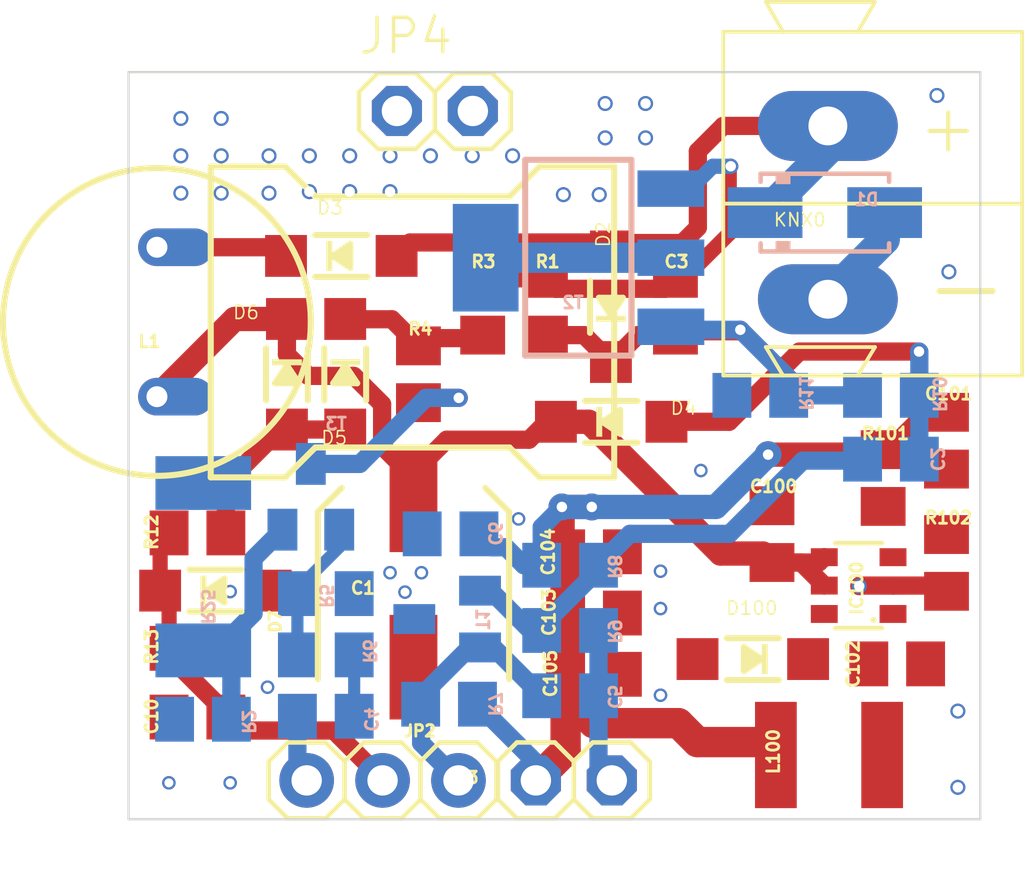
<source format=kicad_pcb>
(kicad_pcb (version 20240617) (generator "pcbnew") (generator_version "8.99")
  (layers (0 "F.Cu" signal) (31 "B.Cu" signal) (34 "B.Paste" user) (35 "F.Paste" user) (36 "B.SilkS" user "B.Silkscreen") (37 "F.SilkS" user "F.Silkscreen") (38 "B.Mask" user) (39 "F.Mask" user) (44 "Edge.Cuts" user))
  (net 0 "")
  (net 1 "GND")
  (net 2 "LX")
  (net 3 "BST")
  (net 4 "FB")
  (net 5 "N$1")
  (net 6 "EIB_OUT")
  (net 7 "EIB+")
  (net 8 "N$6")
  (net 9 "EIB+DIR")
  (net 10 "N$3")
  (net 11 "N$12")
  (net 12 "N$15")
  (net 13 "N$7")
  (net 14 "N$14")
  (net 15 "REF")
  (net 16 "BUS_V")
  (net 17 "EIB_DC")
  (net 18 "+3V3")
  (net 19 "N$2")
  (net 20 "N$25")
  (net 21 "EIB_IN")
  (net 22 "N$8")
  (footprint "bb_pwr_knx_v-measure:1X03" (layer "F.Cu") (at 142.7511 116.2036)
    (property "Reference" "JP2" (at 0.6638 -1.4288 0) (layer "F.SilkS") (effects (font (size 0.3857 0.3857) (thickness 0.1143)) (justify left bottom)))
    (property "Value" "")
    (pad "1" thru_hole circle (at -2.54 0 90) (size 1.8288 1.8288) (drill 1.016) (layers "*.Cu" "*.Mask") (net 6 "EIB_OUT"))
    (pad "2" thru_hole circle (at 0 0 90) (size 1.8288 1.8288) (drill 1.016) (layers "*.Cu" "*.Mask") (net 16 "BUS_V"))
    (pad "3" thru_hole circle (at 2.54 0 90) (size 1.8288 1.8288) (drill 1.016) (layers "*.Cu" "*.Mask") (net 21 "EIB_IN"))
  )
  (footprint "bb_pwr_knx_v-measure:SOD-123" (layer "F.Cu") (at 139.5511 102.6136 -90)
    (property "Reference" "D6" (at -1.81 1.84 0) (layer "F.SilkS") (effects (font (size 0.44668 0.44668) (thickness 0.05332)) (justify left bottom)))
    (property "Value" "7V5")
    (pad "A" smd rect (at 1.85 0) (size 1.4 1.4) (layers "F.Cu" "F.Paste" "F.Mask") (net 15 "REF"))
    (pad "C" smd rect (at -1.85 0) (size 1.4 1.4) (layers "F.Cu" "F.Paste" "F.Mask") (net 17 "EIB_DC"))
  )
  (footprint "bb_pwr_knx_v-measure:1X02" (layer "F.Cu") (at 149.1511 116.2036)
    (property "Reference" "JP3" (at -3.1338 -0.3212 0) (layer "F.SilkS") (effects (font (size 0.3857 0.3857) (thickness 0.1143)) (justify right top)))
    (property "Value" "")
    (pad "1" thru_hole roundrect (at -1.27 0 90) (size 1.6764 1.6764) (drill 1.016) (layers "*.Cu" "*.Mask") (chamfer_ratio 0.2928932188) (chamfer top_left top_right bottom_left bottom_right) (net 18 "+3V3"))
    (pad "2" thru_hole roundrect (at 1.27 0 90) (size 1.6764 1.6764) (drill 1.016) (layers "*.Cu" "*.Mask") (chamfer_ratio 0.2928932188) (chamfer top_left top_right bottom_left bottom_right) (net 1 "GND"))
  )
  (footprint "bb_pwr_knx_v-measure:R0805_334" (layer "F.Cu") (at 136.5577 107.922604 180)
    (property "Reference" "R12" (at 1.295604 -0.622596 90) (layer "F.SilkS") (effects (font (size 0.406528 0.406528) (thickness 0.093472)) (justify left bottom)))
    (property "Value" "43k")
    (pad "1" smd rect (at -0.95 0 180) (size 1.3 1.5) (layers "F.Cu" "F.Paste" "F.Mask") (net 15 "REF"))
    (pad "2" smd rect (at 0.95 0 180) (size 1.3 1.5) (layers "F.Cu" "F.Paste" "F.Mask") (net 16 "BUS_V"))
  )
  (footprint "bb_pwr_knx_v-measure:C0805_334" (layer "F.Cu") (at 136.5577 114.0846)
    (property "Reference" "C10" (at -1.2956 0.6308 90) (layer "F.SilkS") (effects (font (size 0.406528 0.406528) (thickness 0.093472)) (justify left bottom)))
    (property "Value" "100nF")
    (pad "1" smd rect (at -0.95 0) (size 1.3 1.5) (layers "F.Cu" "F.Paste" "F.Mask") (net 1 "GND"))
    (pad "2" smd rect (at 0.95 0) (size 1.3 1.5) (layers "F.Cu" "F.Paste" "F.Mask") (net 16 "BUS_V"))
  )
  (footprint "bb_pwr_knx_v-measure:WAGO-243-211" (layer "F.Cu") (at 157.6511 96.9536)
    (property "Reference" "KNX0" (at -1.85 0.75 0) (layer "F.SilkS") (effects (font (size 0.440178 0.440178) (thickness 0.059822)) (justify left bottom)))
    (property "Value" "WAGO-243-211")
    (fp_text user "+" (at 2.921 -1.651 0) (layer "F.SilkS") (effects (font (size 1.63576 1.63576) (thickness 0.14224)) (justify left bottom)))
    (fp_text user "-" (at 3.048 4.064 0) (layer "F.SilkS") (effects (font (size 2.3368 2.3368) (thickness 0.2032)) (justify left bottom)))
    (pad "1+" thru_hole oval (at 0 -2.65 180) (size 4.68 2.34) (drill 1.3) (layers "*.Cu" "*.Mask") (net 7 "EIB+"))
    (pad "2-" thru_hole oval (at 0 3.15 180) (size 4.68 2.34) (drill 1.3) (layers "*.Cu" "*.Mask") (net 1 "GND"))
  )
  (footprint "bb_pwr_knx_v-measure:L4532P" (layer "F.Cu") (at 157.6898 115.3536 180)
    (property "Reference" "L100" (at 1.6287 -0.6937 90) (layer "F.SilkS") (effects (font (size 0.406528 0.406528) (thickness 0.093472)) (justify left bottom)))
    (property "Value" "4.7uH")
    (pad "1" smd rect (at -1.778 0 180) (size 1.397 3.556) (layers "F.Cu" "F.Paste" "F.Mask") (net 2 "LX"))
    (pad "2" smd rect (at 1.778 0 180) (size 1.397 3.556) (layers "F.Cu" "F.Paste" "F.Mask") (net 18 "+3V3"))
  )
  (footprint "bb_pwr_knx_v-measure:C0805_334" (layer "F.Cu") (at 159.9711 112.3046)
    (property "Reference" "C102" (at -1.239 0.849 90) (layer "F.SilkS") (effects (font (size 0.406528 0.406528) (thickness 0.093472)) (justify left bottom)))
    (property "Value" "15nF")
    (pad "1" smd rect (at -0.95 0) (size 1.3 1.5) (layers "F.Cu" "F.Paste" "F.Mask") (net 2 "LX"))
    (pad "2" smd rect (at 0.95 0) (size 1.3 1.5) (layers "F.Cu" "F.Paste" "F.Mask") (net 3 "BST"))
  )
  (footprint "bb_pwr_knx_v-measure:C0805_334" (layer "F.Cu") (at 149.8261 112.6536)
    (property "Reference" "C105" (at -1.22 0.82 90) (layer "F.SilkS") (effects (font (size 0.406528 0.406528) (thickness 0.093472)) (justify left bottom)))
    (property "Value" "47uF 10V")
    (pad "1" smd rect (at -0.95 0) (size 1.3 1.5) (layers "F.Cu" "F.Paste" "F.Mask") (net 18 "+3V3"))
    (pad "2" smd rect (at 0.95 0) (size 1.3 1.5) (layers "F.Cu" "F.Paste" "F.Mask") (net 1 "GND"))
  )
  (footprint "bb_pwr_knx_v-measure:C0805_334" (layer "F.Cu") (at 149.8261 108.5536)
    (property "Reference" "C104" (at -1.295 0.845 90) (layer "F.SilkS") (effects (font (size 0.406528 0.406528) (thickness 0.093472)) (justify left bottom)))
    (property "Value" "100nF")
    (pad "1" smd rect (at -0.95 0) (size 1.3 1.5) (layers "F.Cu" "F.Paste" "F.Mask") (net 18 "+3V3"))
    (pad "2" smd rect (at 0.95 0) (size 1.3 1.5) (layers "F.Cu" "F.Paste" "F.Mask") (net 1 "GND"))
  )
  (footprint "bb_pwr_knx_v-measure:R0805_334" (layer "F.Cu") (at 159.5011 106.08635 90)
    (property "Reference" "R101" (at 1.25275 -0.76775 0) (layer "F.SilkS") (effects (font (size 0.406528 0.406528) (thickness 0.093472)) (justify left bottom)))
    (property "Value" "1k6")
    (pad "1" smd rect (at -0.95 0 90) (size 1.3 1.5) (layers "F.Cu" "F.Paste" "F.Mask") (net 4 "FB"))
    (pad "2" smd rect (at 0.95 0 90) (size 1.3 1.5) (layers "F.Cu" "F.Paste" "F.Mask") (net 18 "+3V3"))
  )
  (footprint "bb_pwr_knx_v-measure:C0805_334" (layer "F.Cu") (at 155.7811 107.9626 -90)
    (property "Reference" "C100" (at -1.359 0.791 0) (layer "F.SilkS") (effects (font (size 0.406528 0.406528) (thickness 0.093472)) (justify left bottom)))
    (property "Value" "4.7uF 50V")
    (pad "1" smd rect (at -0.95 0 270) (size 1.3 1.5) (layers "F.Cu" "F.Paste" "F.Mask") (net 1 "GND"))
    (pad "2" smd rect (at 0.95 0 270) (size 1.3 1.5) (layers "F.Cu" "F.Paste" "F.Mask") (net 17 "EIB_DC"))
  )
  (footprint "bb_pwr_knx_v-measure:R0805_334" (layer "F.Cu") (at 161.6211 108.9266 90)
    (property "Reference" "R102" (at 1.273 -0.778 0) (layer "F.SilkS") (effects (font (size 0.406528 0.406528) (thickness 0.093472)) (justify left bottom)))
    (property "Value" "470R")
    (pad "1" smd rect (at -0.95 0 90) (size 1.3 1.5) (layers "F.Cu" "F.Paste" "F.Mask") (net 1 "GND"))
    (pad "2" smd rect (at 0.95 0 90) (size 1.3 1.5) (layers "F.Cu" "F.Paste" "F.Mask") (net 4 "FB"))
  )
  (footprint "bb_pwr_knx_v-measure:C0805_334" (layer "F.Cu") (at 161.6201 104.83635 90)
    (property "Reference" "C101" (at 1.33375 -0.77175 0) (layer "F.SilkS") (effects (font (size 0.406528 0.406528) (thickness 0.093472)) (justify left bottom)))
    (property "Value" "470nF")
    (pad "1" smd rect (at -0.95 0 90) (size 1.3 1.5) (layers "F.Cu" "F.Paste" "F.Mask") (net 4 "FB"))
    (pad "2" smd rect (at 0.95 0 90) (size 1.3 1.5) (layers "F.Cu" "F.Paste" "F.Mask") (net 18 "+3V3"))
  )
  (footprint "bb_pwr_knx_v-measure:SOD-123" (layer "F.Cu") (at 150.3921 100.3536 90)
    (property "Reference" "D2" (at 1.95 0 90) (layer "F.SilkS") (effects (font (size 0.44668 0.44668) (thickness 0.05332)) (justify left bottom)))
    (property "Value" "1N4148")
    (pad "A" smd rect (at 1.85 0 180) (size 1.4 1.4) (layers "F.Cu" "F.Paste" "F.Mask") (net 7 "EIB+"))
    (pad "C" smd rect (at -1.85 0 180) (size 1.4 1.4) (layers "F.Cu" "F.Paste" "F.Mask") (net 9 "EIB+DIR"))
  )
  (footprint "bb_pwr_knx_v-measure:BS11" (layer "F.Cu") (at 135.2011 100.8636 90)
    (property "Reference" "L1" (at -0.886 -0.672 0) (layer "F.SilkS") (effects (font (size 0.406528 0.406528) (thickness 0.093472)) (justify left bottom)))
    (property "Value" "150mH")
    (pad "1" thru_hole oval (at -2.5 0) (size 2.52 1.26) (drill 0.7 (offset 0.63 0)) (layers "*.Cu" "*.Mask") (net 17 "EIB_DC"))
    (pad "2" thru_hole oval (at 2.5 0) (size 2.52 1.26) (drill 0.7 (offset 0.63 0)) (layers "*.Cu" "*.Mask") (net 19 "N$2"))
  )
  (footprint "bb_pwr_knx_v-measure:SANYO-OSCON_SMD_C6_334" (layer "F.Cu") (at 143.7851 109.6146 90)
    (property "Reference" "C1" (at -0.391 -2.148 0) (layer "F.SilkS") (effects (font (size 0.406528 0.406528) (thickness 0.093472)) (justify left bottom)))
    (property "Value" "100uF 35V")
    (pad "+" smd rect (at 2.8 0 90) (size 3.5 1.6) (layers "F.Cu" "F.Paste" "F.Mask") (net 17 "EIB_DC"))
    (pad "-" smd rect (at -2.8 0 90) (size 3.5 1.6) (layers "F.Cu" "F.Paste" "F.Mask") (net 1 "GND"))
  )
  (footprint "bb_pwr_knx_v-measure:SOD-123" (layer "F.Cu") (at 150.4011 104.2036)
    (property "Reference" "D4" (at 1.95 -0.2 0) (layer "F.SilkS") (effects (font (size 0.44668 0.44668) (thickness 0.05332)) (justify left bottom)))
    (property "Value" "1N4148")
    (pad "A" smd rect (at 1.85 0 90) (size 1.4 1.4) (layers "F.Cu" "F.Paste" "F.Mask") (net 5 "N$1"))
    (pad "C" smd rect (at -1.85 0 90) (size 1.4 1.4) (layers "F.Cu" "F.Paste" "F.Mask") (net 17 "EIB_DC"))
  )
  (footprint "bb_pwr_knx_v-measure:R0805_334" (layer "F.Cu") (at 146.1011 100.3536 90)
    (property "Reference" "R3" (at 1.27 -0.433 0) (layer "F.SilkS") (effects (font (size 0.406528 0.406528) (thickness 0.093472)) (justify left bottom)))
    (property "Value" "1k")
    (pad "1" smd rect (at -0.95 0 90) (size 1.3 1.5) (layers "F.Cu" "F.Paste" "F.Mask") (net 20 "N$25"))
    (pad "2" smd rect (at 0.95 0 90) (size 1.3 1.5) (layers "F.Cu" "F.Paste" "F.Mask") (net 12 "N$15"))
  )
  (footprint "bb_pwr_knx_v-measure:R0805_334" (layer "F.Cu") (at 143.9511 102.6136 90)
    (property "Reference" "R4" (at 1.28 -0.395 0) (layer "F.SilkS") (effects (font (size 0.406528 0.406528) (thickness 0.093472)) (justify left bottom)))
    (property "Value" "2k2")
    (pad "1" smd rect (at -0.95 0 90) (size 1.3 1.5) (layers "F.Cu" "F.Paste" "F.Mask") (net 8 "N$6"))
    (pad "2" smd rect (at 0.95 0 90) (size 1.3 1.5) (layers "F.Cu" "F.Paste" "F.Mask") (net 20 "N$25"))
  )
  (footprint "bb_pwr_knx_v-measure:C0805_334" (layer "F.Cu") (at 152.5511 100.3536 90)
    (property "Reference" "C3" (at 1.27 -0.42 0) (layer "F.SilkS") (effects (font (size 0.406528 0.406528) (thickness 0.093472)) (justify left bottom)))
    (property "Value" "10nF")
    (pad "1" smd rect (at -0.95 0 90) (size 1.3 1.5) (layers "F.Cu" "F.Paste" "F.Mask") (net 9 "EIB+DIR"))
    (pad "2" smd rect (at 0.95 0 90) (size 1.3 1.5) (layers "F.Cu" "F.Paste" "F.Mask") (net 12 "N$15"))
  )
  (footprint "bb_pwr_knx_v-measure:C0805_334" (layer "F.Cu") (at 149.8261 110.6036)
    (property "Reference" "C103" (at -1.27 0.82 90) (layer "F.SilkS") (effects (font (size 0.406528 0.406528) (thickness 0.093472)) (justify left bottom)))
    (property "Value" "47uF 10V")
    (pad "1" smd rect (at -0.95 0) (size 1.3 1.5) (layers "F.Cu" "F.Paste" "F.Mask") (net 18 "+3V3"))
    (pad "2" smd rect (at 0.95 0) (size 1.3 1.5) (layers "F.Cu" "F.Paste" "F.Mask") (net 1 "GND"))
  )
  (footprint "bb_pwr_knx_v-measure:SOD-123" (layer "F.Cu") (at 141.5011 102.6136 -90)
    (property "Reference" "D5" (at 2.39 0.84 0) (layer "F.SilkS") (effects (font (size 0.44668 0.44668) (thickness 0.05332)) (justify left bottom)))
    (property "Value" "1N4148")
    (pad "A" smd rect (at 1.85 0) (size 1.4 1.4) (layers "F.Cu" "F.Paste" "F.Mask") (net 15 "REF"))
    (pad "C" smd rect (at -1.85 0) (size 1.4 1.4) (layers "F.Cu" "F.Paste" "F.Mask") (net 20 "N$25"))
  )
  (footprint "bb_pwr_knx_v-measure:R0805_334" (layer "F.Cu") (at 148.2011 100.3536 90)
    (property "Reference" "R1" (at 1.27 -0.385 0) (layer "F.SilkS") (effects (font (size 0.406528 0.406528) (thickness 0.093472)) (justify left bottom)))
    (property "Value" "1k")
    (pad "1" smd rect (at -0.95 0 90) (size 1.3 1.5) (layers "F.Cu" "F.Paste" "F.Mask") (net 9 "EIB+DIR"))
    (pad "2" smd rect (at 0.95 0 90) (size 1.3 1.5) (layers "F.Cu" "F.Paste" "F.Mask") (net 12 "N$15"))
  )
  (footprint "bb_pwr_knx_v-measure:SOD-123" (layer "F.Cu") (at 155.1398 112.1436 180)
    (property "Reference" "D100" (at 0.927391 1.446006 0) (layer "F.SilkS") (effects (font (size 0.44668 0.44668) (thickness 0.05332)) (justify left bottom)))
    (property "Value" "MBRS1100")
    (pad "A" smd rect (at 1.85 0 270) (size 1.4 1.4) (layers "F.Cu" "F.Paste" "F.Mask") (net 1 "GND"))
    (pad "C" smd rect (at -1.85 0 270) (size 1.4 1.4) (layers "F.Cu" "F.Paste" "F.Mask") (net 2 "LX"))
  )
  (footprint "bb_pwr_knx_v-measure:1X02" (layer "F.Cu") (at 144.5011 93.8036)
    (property "Reference" "JP4" (at -2.6162 -1.8288 0) (layer "F.SilkS") (effects (font (size 1.1557 1.1557) (thickness 0.1143)) (justify left bottom)))
    (property "Value" "")
    (pad "1" thru_hole roundrect (at -1.27 0 90) (size 1.6764 1.6764) (drill 1.016) (layers "*.Cu" "*.Mask") (chamfer_ratio 0.2928932188) (chamfer top_left top_right bottom_left bottom_right) (net 22 "N$8"))
    (pad "2" thru_hole roundrect (at 1.27 0 90) (size 1.6764 1.6764) (drill 1.016) (layers "*.Cu" "*.Mask") (chamfer_ratio 0.2928932188) (chamfer top_left top_right bottom_left bottom_right) (net 22 "N$8"))
  )
  (footprint "bb_pwr_knx_v-measure:SOD-123" (layer "F.Cu") (at 137.1577 109.853669)
    (property "Reference" "D7" (at 2.227468 1.463331 90) (layer "F.SilkS") (effects (font (size 0.380031 0.380031) (thickness 0.119969)) (justify left bottom)))
    (property "Value" "DDZ9685")
    (pad "A" smd rect (at 1.85 0 90) (size 1.4 1.4) (layers "F.Cu" "F.Paste" "F.Mask") (net 1 "GND"))
    (pad "C" smd rect (at -1.85 0 90) (size 1.4 1.4) (layers "F.Cu" "F.Paste" "F.Mask") (net 16 "BUS_V"))
  )
  (footprint "bb_pwr_knx_v-measure:R0805_334" (layer "F.Cu") (at 136.5577 111.784735)
    (property "Reference" "R13" (at -1.295466 0.597265 90) (layer "F.SilkS") (effects (font (size 0.406528 0.406528) (thickness 0.093472)) (justify left bottom)))
    (property "Value" "6,2k")
    (pad "1" smd rect (at -0.95 0) (size 1.3 1.5) (layers "F.Cu" "F.Paste" "F.Mask") (net 16 "BUS_V"))
    (pad "2" smd rect (at 0.95 0) (size 1.3 1.5) (layers "F.Cu" "F.Paste" "F.Mask") (net 1 "GND"))
  )
  (footprint "bb_pwr_knx_v-measure:SOT23-6" (layer "F.Cu") (at 158.6811 109.6846 90)
    (property "Reference" "IC100" (at 0.859 -0.308 90) (layer "F.SilkS") (effects (font (size 0.40856 0.40856) (thickness 0.09144)) (justify right top)))
    (property "Value" "BD9G101")
    (pad "1" smd rect (at -0.95 1.15 90) (size 0.6 0.9) (layers "F.Cu" "F.Paste" "F.Mask") (net 3 "BST"))
    (pad "2" smd rect (at 0 1.15 90) (size 0.6 0.9) (layers "F.Cu" "F.Paste" "F.Mask") (net 1 "GND"))
    (pad "3" smd rect (at 0.95 1.15 90) (size 0.6 0.9) (layers "F.Cu" "F.Paste" "F.Mask") (net 4 "FB"))
    (pad "4" smd rect (at 0.95 -1.15 90) (size 0.6 0.9) (layers "F.Cu" "F.Paste" "F.Mask") (net 17 "EIB_DC"))
    (pad "5" smd rect (at 0 -1.15 90) (size 0.6 0.9) (layers "F.Cu" "F.Paste" "F.Mask") (net 17 "EIB_DC"))
    (pad "6" smd rect (at -0.95 -1.15 90) (size 0.6 0.9) (layers "F.Cu" "F.Paste" "F.Mask") (net 2 "LX"))
  )
  (footprint "bb_pwr_knx_v-measure:SOD-123" (layer "F.Cu") (at 141.3701 98.6536)
    (property "Reference" "D3" (at -0.85 -1.35 0) (layer "F.SilkS") (effects (font (size 0.44668 0.44668) (thickness 0.05332)) (justify left bottom)))
    (property "Value" "1N4148")
    (pad "A" smd rect (at 1.85 0 90) (size 1.4 1.4) (layers "F.Cu" "F.Paste" "F.Mask") (net 7 "EIB+"))
    (pad "C" smd rect (at -1.85 0 90) (size 1.4 1.4) (layers "F.Cu" "F.Paste" "F.Mask") (net 19 "N$2"))
  )
  (footprint "bb_pwr_knx_v-measure:R0805_334" (layer "B.Cu") (at 136.7411 114.1566)
    (property "Reference" "R2" (at 1.283 0.542 -90) (layer "B.SilkS") (effects (font (size 0.406528 0.406528) (thickness 0.093472)) (justify left bottom mirror)))
    (property "Value" "5R6")
    (pad "1" smd rect (at -0.95 0) (size 1.3 1.5) (layers "B.Cu" "B.Paste" "B.Mask") (net 1 "GND"))
    (pad "2" smd rect (at 0.95 0) (size 1.3 1.5) (layers "B.Cu" "B.Paste" "B.Mask") (net 13 "N$7"))
  )
  (footprint "bb_pwr_knx_v-measure:R0805_334" (layer "B.Cu") (at 159.7611 103.3191 180)
    (property "Reference" "R10" (at -1.379 -0.614 -90) (layer "B.SilkS") (effects (font (size 0.406528 0.406528) (thickness 0.093472)) (justify left bottom mirror)))
    (property "Value" "10k")
    (pad "1" smd rect (at -0.95 0 180) (size 1.3 1.5) (layers "B.Cu" "B.Paste" "B.Mask") (net 5 "N$1"))
    (pad "2" smd rect (at 0.95 0 180) (size 1.3 1.5) (layers "B.Cu" "B.Paste" "B.Mask") (net 9 "EIB+DIR"))
  )
  (footprint "bb_pwr_knx_v-measure:R0805_334" (layer "B.Cu") (at 155.3901 103.3191)
    (property "Reference" "R11" (at 1.281 0.565 -90) (layer "B.SilkS") (effects (font (size 0.406528 0.406528) (thickness 0.093472)) (justify left bottom mirror)))
    (property "Value" "100k")
    (pad "1" smd rect (at -0.95 0) (size 1.3 1.5) (layers "B.Cu" "B.Paste" "B.Mask") (net 1 "GND"))
    (pad "2" smd rect (at 0.95 0) (size 1.3 1.5) (layers "B.Cu" "B.Paste" "B.Mask") (net 9 "EIB+DIR"))
  )
  (footprint "bb_pwr_knx_v-measure:C0805_334" (layer "B.Cu") (at 149.0261 113.370269 180)
    (property "Reference" "C5" (at -1.245 -0.495 -90) (layer "B.SilkS") (effects (font (size 0.406528 0.406528) (thickness 0.093472)) (justify left bottom mirror)))
    (property "Value" "100pF")
    (pad "1" smd rect (at -0.95 0 180) (size 1.3 1.5) (layers "B.Cu" "B.Paste" "B.Mask") (net 1 "GND"))
    (pad "2" smd rect (at 0.95 0 180) (size 1.3 1.5) (layers "B.Cu" "B.Paste" "B.Mask") (net 21 "EIB_IN"))
  )
  (footprint "bb_pwr_knx_v-measure:R0805_334" (layer "B.Cu") (at 140.8511 109.9536)
    (property "Reference" "R5" (at -0.23 0.535 -90) (layer "B.SilkS") (effects (font (size 0.406528 0.406528) (thickness 0.093472)) (justify left bottom mirror)))
    (property "Value" "100k")
    (pad "1" smd rect (at -0.95 0) (size 1.3 1.5) (layers "B.Cu" "B.Paste" "B.Mask") (net 11 "N$12"))
    (pad "2" smd rect (at 0.95 0) (size 1.3 1.5) (layers "B.Cu" "B.Paste" "B.Mask") (net 1 "GND"))
  )
  (footprint "bb_pwr_knx_v-measure:R0805_334" (layer "B.Cu") (at 149.0261 111.186932 180)
    (property "Reference" "R9" (at -1.245 -0.493337 -90) (layer "B.SilkS") (effects (font (size 0.406528 0.406528) (thickness 0.093472)) (justify left bottom mirror)))
    (property "Value" "100k")
    (pad "1" smd rect (at -0.95 0 180) (size 1.3 1.5) (layers "B.Cu" "B.Paste" "B.Mask") (net 1 "GND"))
    (pad "2" smd rect (at 0.95 0 180) (size 1.3 1.5) (layers "B.Cu" "B.Paste" "B.Mask") (net 14 "N$14"))
  )
  (footprint "bb_pwr_knx_v-measure:SOT23-BEC_399" (layer "B.Cu") (at 144.9121 110.8046 -90)
    (property "Reference" "T1" (at 0.403 -0.933 -90) (layer "B.SilkS") (effects (font (size 0.406528 0.406528) (thickness 0.093472)) (justify left bottom mirror)))
    (property "Value" "BC856")
    (pad "B" smd rect (at -0.95 -1.1 270) (size 1 1.4) (layers "B.Cu" "B.Paste" "B.Mask") (net 14 "N$14"))
    (pad "C" smd rect (at 0 1.1 270) (size 1 1.4) (layers "B.Cu" "B.Paste" "B.Mask") (net 1 "GND"))
    (pad "E" smd rect (at 0.95 -1.1 270) (size 1 1.4) (layers "B.Cu" "B.Paste" "B.Mask") (net 21 "EIB_IN"))
  )
  (footprint "bb_pwr_knx_v-measure:C0805_334" (layer "B.Cu") (at 140.8511 114.0566 180)
    (property "Reference" "C4" (at -1.267 -0.567 -90) (layer "B.SilkS") (effects (font (size 0.406528 0.406528) (thickness 0.093472)) (justify left bottom mirror)))
    (property "Value" "10nF")
    (pad "1" smd rect (at -0.95 0 180) (size 1.3 1.5) (layers "B.Cu" "B.Paste" "B.Mask") (net 10 "N$3"))
    (pad "2" smd rect (at 0.95 0 180) (size 1.3 1.5) (layers "B.Cu" "B.Paste" "B.Mask") (net 6 "EIB_OUT"))
  )
  (footprint "bb_pwr_knx_v-measure:C0805_334" (layer "B.Cu") (at 159.7621 105.4536)
    (property "Reference" "C2" (at 1.309 0.459 -90) (layer "B.SilkS") (effects (font (size 0.406528 0.406528) (thickness 0.093472)) (justify left bottom mirror)))
    (property "Value" "100nF")
    (pad "1" smd rect (at -0.95 0) (size 1.3 1.5) (layers "B.Cu" "B.Paste" "B.Mask") (net 14 "N$14"))
    (pad "2" smd rect (at 0.95 0) (size 1.3 1.5) (layers "B.Cu" "B.Paste" "B.Mask") (net 5 "N$1"))
  )
  (footprint "bb_pwr_knx_v-measure:C0805_334" (layer "B.Cu") (at 145.0261 107.9536)
    (property "Reference" "C6" (at 1.245 0.445 -90) (layer "B.SilkS") (effects (font (size 0.406528 0.406528) (thickness 0.093472)) (justify left bottom mirror)))
    (property "Value" "100nF")
    (pad "1" smd rect (at -0.95 0) (size 1.3 1.5) (layers "B.Cu" "B.Paste" "B.Mask") (net 1 "GND"))
    (pad "2" smd rect (at 0.95 0) (size 1.3 1.5) (layers "B.Cu" "B.Paste" "B.Mask") (net 18 "+3V3"))
  )
  (footprint "bb_pwr_knx_v-measure:R2512_334" (layer "B.Cu") (at 136.7511 109.0536 90)
    (property "Reference" "R25" (at -1.99 -0.095 -90) (layer "B.SilkS") (effects (font (size 0.406528 0.406528) (thickness 0.093472)) (justify left bottom mirror)))
    (property "Value" "24R  2512 1.0W")
    (pad "1" smd rect (at -2.8 0 90) (size 1.8 3.2) (layers "B.Cu" "B.Paste" "B.Mask") (net 13 "N$7"))
    (pad "2" smd rect (at 2.8 0 90) (size 1.8 3.2) (layers "B.Cu" "B.Paste" "B.Mask") (net 22 "N$8"))
  )
  (footprint "bb_pwr_knx_v-measure:DO214AC" (layer "B.Cu") (at 157.5511 97.2036)
    (property "Reference" "D1" (at 1.85 -0.2 -0) (layer "B.SilkS") (effects (font (size 0.406528 0.406528) (thickness 0.093472)) (justify left bottom mirror)))
    (property "Value" "SMAJ40CA")
    (pad "A" smd rect (at 2 0) (size 2.5 1.7) (layers "B.Cu" "B.Paste" "B.Mask") (net 1 "GND"))
    (pad "C" smd rect (at -2 0) (size 2.5 1.7) (layers "B.Cu" "B.Paste" "B.Mask") (net 7 "EIB+"))
  )
  (footprint "bb_pwr_knx_v-measure:R0805_334" (layer "B.Cu") (at 140.8511 112.0036)
    (property "Reference" "R6" (at 1.22 0.335 -90) (layer "B.SilkS") (effects (font (size 0.406528 0.406528) (thickness 0.093472)) (justify left bottom mirror)))
    (property "Value" "5k6")
    (pad "1" smd rect (at -0.95 0) (size 1.3 1.5) (layers "B.Cu" "B.Paste" "B.Mask") (net 11 "N$12"))
    (pad "2" smd rect (at 0.95 0) (size 1.3 1.5) (layers "B.Cu" "B.Paste" "B.Mask") (net 10 "N$3"))
  )
  (footprint "bb_pwr_knx_v-measure:SOT23_402" (layer "B.Cu") (at 140.3501 106.7136 180)
    (property "Reference" "T3" (at -1.255 2.205 -0) (layer "B.SilkS") (effects (font (size 0.406528 0.406528) (thickness 0.093472)) (justify left bottom mirror)))
    (property "Value" "BC847")
    (pad "1" smd rect (at -0.95 -1.1 180) (size 1 1.4) (layers "B.Cu" "B.Paste" "B.Mask") (net 11 "N$12"))
    (pad "2" smd rect (at 0.95 -1.1 180) (size 1 1.4) (layers "B.Cu" "B.Paste" "B.Mask") (net 13 "N$7"))
    (pad "3" smd rect (at 0 1.1 180) (size 1 1.4) (layers "B.Cu" "B.Paste" "B.Mask") (net 8 "N$6"))
  )
  (footprint "bb_pwr_knx_v-measure:R0805_334" (layer "B.Cu") (at 144.9761 113.6536)
    (property "Reference" "R7" (at 1.295 0.46 -90) (layer "B.SilkS") (effects (font (size 0.406528 0.406528) (thickness 0.093472)) (justify left bottom mirror)))
    (property "Value" "10k")
    (pad "1" smd rect (at -0.95 0) (size 1.3 1.5) (layers "B.Cu" "B.Paste" "B.Mask") (net 21 "EIB_IN"))
    (pad "2" smd rect (at 0.95 0) (size 1.3 1.5) (layers "B.Cu" "B.Paste" "B.Mask") (net 18 "+3V3"))
  )
  (footprint "bb_pwr_knx_v-measure:R0805_334" (layer "B.Cu") (at 149.0261 109.003594 180)
    (property "Reference" "R8" (at -1.245006 -0.510006 -90) (layer "B.SilkS") (effects (font (size 0.406528 0.406528) (thickness 0.093472)) (justify left bottom mirror)))
    (property "Value" "82k")
    (pad "1" smd rect (at -0.95 0 180) (size 1.3 1.5) (layers "B.Cu" "B.Paste" "B.Mask") (net 14 "N$14"))
    (pad "2" smd rect (at 0.95 0 180) (size 1.3 1.5) (layers "B.Cu" "B.Paste" "B.Mask") (net 18 "+3V3"))
  )
  (footprint "bb_pwr_knx_v-measure:SOT223_399" (layer "B.Cu") (at 149.3001 98.7136 -90)
    (property "Reference" "T2" (at 1.7382 -0.231 -0) (layer "B.SilkS") (effects (font (size 0.406528 0.406528) (thickness 0.093472)) (justify left bottom mirror)))
    (property "Value" "BCP52")
    (pad "1" smd rect (at -2.3114 -3.0988 270) (size 1.2192 2.2352) (layers "B.Cu" "B.Paste" "B.Mask") (net 12 "N$15"))
    (pad "2" smd rect (at 0 -3.0988 270) (size 1.2192 2.2352) (layers "B.Cu" "B.Paste" "B.Mask") (net 22 "N$8"))
    (pad "3" smd rect (at 2.3114 -3.0988 270) (size 1.2192 2.2352) (layers "B.Cu" "B.Paste" "B.Mask") (net 9 "EIB+DIR"))
    (pad "4" smd rect (at 0 3.099 270) (size 3.6 2.2) (layers "B.Cu" "B.Paste" "B.Mask") (net 22 "N$8"))
  )
  (gr_line (start 162.7511 92.5036) (end 134.2511 92.5036) (stroke (width 0.0762)) (layer "Edge.Cuts"))
  (gr_line (start 134.2511 92.5036) (end 134.2511 117.5036) (stroke (width 0.0762)) (layer "Edge.Cuts"))
  (gr_line (start 162.7511 117.5036) (end 162.7511 92.5036) (stroke (width 0.0762)) (layer "Edge.Cuts"))
  (gr_line (start 134.2511 117.5036) (end 162.7511 117.5036) (stroke (width 0.0762)) (layer "Edge.Cuts"))
  (segment (start 161.6211 109.8766) (end 161.4291 109.6846) (width 0.6096) (layer "F.Cu") (net 1))
  (segment (start 161.4291 109.6846) (end 159.8311 109.6846) (width 0.6096) (layer "F.Cu") (net 1))
  (segment (start 159.8311 109.6846) (end 158.7201 109.6846) (width 0.6096) (layer "F.Cu") (net 1))
  (segment (start 158.7201 109.6846) (end 158.7011 109.7036) (width 0.6096) (layer "F.Cu") (net 1))
  (via (at 144.0511 109.2536) (size 0.4524) (drill 0.3) (layers "F.Cu" "B.Cu") (net 1))
  (via (at 143.5011 109.9036) (size 0.4524) (drill 0.3) (layers "F.Cu" "B.Cu") (net 1))
  (via (at 162.0011 116.43485) (size 0.5024) (drill 0.35) (layers "F.Cu" "B.Cu") (net 1))
  (via (at 137.6511 109.88485) (size 0.4524) (drill 0.3) (layers "F.Cu" "B.Cu") (net 1))
  (via (at 147.3011 107.4536) (size 0.4524) (drill 0.3) (layers "F.Cu" "B.Cu") (net 1))
  (via (at 153.4011 105.83485) (size 0.4524) (drill 0.3) (layers "F.Cu" "B.Cu") (net 1))
  (via (at 138.9011 113.08485) (size 0.4524) (drill 0.3) (layers "F.Cu" "B.Cu") (net 1))
  (via (at 143.0011 109.2536) (size 0.4524) (drill 0.3) (layers "F.Cu" "B.Cu") (net 1))
  (via (at 161.3011 93.28485) (size 0.5024) (drill 0.35) (layers "F.Cu" "B.Cu") (net 1))
  (via (at 137.6511 116.28485) (size 0.4524) (drill 0.3) (layers "F.Cu" "B.Cu") (net 1))
  (via (at 135.6011 116.28485) (size 0.4524) (drill 0.3) (layers "F.Cu" "B.Cu") (net 1))
  (via (at 152.0511 113.3536) (size 0.4524) (drill 0.3) (layers "F.Cu" "B.Cu") (net 1))
  (via (at 152.0511 109.2036) (size 0.4524) (drill 0.3) (layers "F.Cu" "B.Cu") (net 1))
  (via (at 162.0011 113.88485) (size 0.5024) (drill 0.35) (layers "F.Cu" "B.Cu") (net 1))
  (via (at 152.0511 110.4536) (size 0.4524) (drill 0.3) (layers "F.Cu" "B.Cu") (net 1))
  (via (at 158.7011 109.7036) (size 0.5024) (drill 0.35) (layers "F.Cu" "B.Cu") (net 1))
  (via (at 161.7011 99.18485) (size 0.5024) (drill 0.35) (layers "F.Cu" "B.Cu") (net 1))
  (segment (start 159.5511 97.2036) (end 159.5511 98.1036) (width 1.016) (layer "B.Cu") (net 1))
  (segment (start 159.5511 98.1036) (end 157.6511 100.0036) (width 1.016) (layer "B.Cu") (net 1))
  (segment (start 149.9761 113.370269) (end 149.9761 115.7586) (width 0.6096) (layer "B.Cu") (net 1))
  (segment (start 149.9761 111.186932) (end 149.9761 113.370269) (width 0.6096) (layer "B.Cu") (net 1))
  (segment (start 149.9761 115.7586) (end 150.4211 116.2036) (width 0.6096) (layer "B.Cu") (net 1))
  (segment (start 157.6511 100.1036) (end 157.6511 100.0036) (width 1.016) (layer "B.Cu") (net 1))
  (segment (start 152.2511 104.2036) (end 154.346681 104.2036) (width 0.6096) (layer "F.Cu") (net 5))
  (segment (start 160.7011 101.8536) (end 156.696681 101.8536) (width 0.6096) (layer "F.Cu") (net 5))
  (segment (start 156.696681 101.8536) (end 154.346681 104.2036) (width 0.6096) (layer "F.Cu") (net 5))
  (via (at 160.7011 101.8536) (size 0.5024) (drill 0.35) (layers "F.Cu" "B.Cu") (net 5))
  (segment (start 160.7121 103.3201) (end 160.7121 105.4536) (width 0.6096) (layer "B.Cu") (net 5))
  (segment (start 160.7011 101.8536) (end 160.7121 101.8646) (width 0.6096) (layer "B.Cu") (net 5))
  (segment (start 160.7121 101.8646) (end 160.7121 103.3201) (width 0.6096) (layer "B.Cu") (net 5))
  (segment (start 160.7111 103.3191) (end 160.7121 103.3201) (width 0.6096) (layer "B.Cu") (net 5))
  (segment (start 140.2111 116.2036) (end 139.9011 115.8936) (width 0.6096) (layer "B.Cu") (net 6))
  (segment (start 139.9011 114.0566) (end 139.9011 115.8936) (width 0.6096) (layer "B.Cu") (net 6))
  (segment (start 150.0921 98.2036) (end 143.6701 98.2036) (width 0.6096) (layer "F.Cu") (net 7))
  (segment (start 154.148262 94.3036) (end 153.3011 95.150763) (width 0.6096) (layer "F.Cu") (net 7))
  (segment (start 150.3921 98.5036) (end 150.0921 98.2036) (width 0.6096) (layer "F.Cu") (net 7))
  (segment (start 143.6701 98.2036) (end 143.2201 98.6536) (width 0.6096) (layer "F.Cu") (net 7))
  (segment (start 157.6511 94.3036) (end 154.148262 94.3036) (width 0.6096) (layer "F.Cu") (net 7))
  (segment (start 153.3011 95.150763) (end 153.3011 97.7036) (width 0.6096) (layer "F.Cu") (net 7))
  (segment (start 153.3011 97.7036) (end 152.7829 98.2218) (width 0.6096) (layer "F.Cu") (net 7))
  (segment (start 150.7239 98.2218) (end 150.4421 98.5036) (width 0.6096) (layer "F.Cu") (net 7))
  (segment (start 152.7829 98.2218) (end 150.7239 98.2218) (width 0.6096) (layer "F.Cu") (net 7))
  (segment (start 150.4421 98.5036) (end 150.3921 98.5036) (width 0.6096) (layer "F.Cu") (net 7))
  (segment (start 155.5511 97.2036) (end 157.6511 95.1036) (width 1.016) (layer "B.Cu") (net 7))
  (segment (start 157.6511 95.1036) (end 157.6511 94.3036) (width 1.016) (layer "B.Cu") (net 7))
  (segment (start 143.9511 103.5636) (end 144.1111 103.4036) (width 0.6096) (layer "F.Cu") (net 8))
  (segment (start 145.3011 103.4036) (end 144.1111 103.4036) (width 0.6096) (layer "F.Cu") (net 8))
  (via (at 145.3011 103.4036) (size 0.5024) (drill 0.35) (layers "F.Cu" "B.Cu") (net 8))
  (segment (start 144.2011 103.4036) (end 141.9911 105.6136) (width 0.6096) (layer "B.Cu") (net 8))
  (segment (start 140.3501 105.6136) (end 141.9911 105.6136) (width 0.6096) (layer "B.Cu") (net 8))
  (segment (start 145.3011 103.4036) (end 144.2011 103.4036) (width 0.6096) (layer "B.Cu") (net 8))
  (segment (start 151.2921 101.3036) (end 152.5511 101.3036) (width 0.6096) (layer "F.Cu") (net 9))
  (segment (start 154.6725 101.175) (end 152.6797 101.175) (width 0.6096) (layer "F.Cu") (net 9))
  (segment (start 154.6725 101.175) (end 154.7225 101.125) (width 0.6096) (layer "F.Cu") (net 9))
  (segment (start 150.3921 102.2036) (end 151.2921 101.3036) (width 0.6096) (layer "F.Cu") (net 9))
  (segment (start 149.4921 101.3036) (end 150.3921 102.2036) (width 0.6096) (layer "F.Cu") (net 9))
  (segment (start 148.2011 101.3036) (end 149.4921 101.3036) (width 0.6096) (layer "F.Cu") (net 9))
  (segment (start 152.5511 101.3036) (end 152.6797 101.175) (width 0.6096) (layer "F.Cu") (net 9))
  (via (at 154.7225 101.125) (size 0.5024) (drill 0.35) (layers "F.Cu" "B.Cu") (net 9))
  (segment (start 152.4989 101.125) (end 152.3989 101.025) (width 0.8128) (layer "B.Cu") (net 9))
  (segment (start 158.8111 103.3191) (end 158.7409 103.3893) (width 0.6096) (layer "B.Cu") (net 9))
  (segment (start 156.3401 103.3191) (end 156.3401 102.7426) (width 0.6096) (layer "B.Cu") (net 9))
  (segment (start 156.3401 102.7426) (end 154.7225 101.125) (width 0.6096) (layer "B.Cu") (net 9))
  (segment (start 158.4813 103.3191) (end 156.3401 103.3191) (width 0.6096) (layer "B.Cu") (net 9))
  (segment (start 158.7409 103.3893) (end 158.4813 103.3191) (width 0.6096) (layer "B.Cu") (net 9))
  (segment (start 154.7225 101.125) (end 152.4989 101.125) (width 0.6096) (layer "B.Cu") (net 9))
  (segment (start 141.8011 114.0566) (end 141.8011 112.0036) (width 0.4064) (layer "B.Cu") (net 10))
  (segment (start 139.9011 109.9536) (end 139.9011 112.0036) (width 0.4064) (layer "B.Cu") (net 11))
  (segment (start 141.3001 108.4046) (end 139.9011 109.8036) (width 0.4064) (layer "B.Cu") (net 11))
  (segment (start 139.9011 109.9536) (end 139.9011 109.8036) (width 0.4064) (layer "B.Cu") (net 11))
  (segment (start 141.3001 107.8136) (end 141.3001 108.4046) (width 0.4064) (layer "B.Cu") (net 11))
  (segment (start 154.3511 97.9036) (end 152.8511 99.4036) (width 0.508) (layer "F.Cu") (net 12))
  (segment (start 152.5511 99.4036) (end 152.8511 99.4036) (width 0.508) (layer "F.Cu") (net 12))
  (segment (start 154.3511 97.9036) (end 154.3511 95.703594) (width 0.508) (layer "F.Cu") (net 12))
  (segment (start 148.2011 99.4036) (end 146.1011 99.4036) (width 0.6096) (layer "F.Cu") (net 12))
  (segment (start 152.2011 99.7536) (end 148.5511 99.7536) (width 0.6096) (layer "F.Cu") (net 12))
  (segment (start 154.3511 95.703594) (end 154.4011 95.6536) (width 0.508) (layer "F.Cu") (net 12))
  (segment (start 148.5511 99.7536) (end 148.2011 99.4036) (width 0.6096) (layer "F.Cu") (net 12))
  (segment (start 152.5511 99.4036) (end 152.2011 99.7536) (width 0.6096) (layer "F.Cu") (net 12))
  (via (at 154.4011 95.6536) (size 0.5024) (drill 0.35) (layers "F.Cu" "B.Cu") (net 12))
  (segment (start 153.8011 95.6536) (end 153.0525 96.4022) (width 0.508) (layer "B.Cu") (net 12))
  (segment (start 153.0525 96.4022) (end 152.3989 96.4022) (width 0.508) (layer "B.Cu") (net 12))
  (segment (start 154.4011 95.6536) (end 153.8011 95.6536) (width 0.508) (layer "B.Cu") (net 12))
  (segment (start 137.6911 114.1566) (end 137.6911 112.346438) (width 0.6096) (layer "B.Cu") (net 13))
  (segment (start 138.4341 110.617763) (end 137.198262 111.8536) (width 0.6096) (layer "B.Cu") (net 13))
  (segment (start 138.4341 108.7796) (end 138.4341 110.617763) (width 0.6096) (layer "B.Cu") (net 13))
  (segment (start 137.6911 112.346438) (end 137.198262 111.8536) (width 0.6096) (layer "B.Cu") (net 13))
  (segment (start 136.7511 111.8536) (end 137.198262 111.8536) (width 0.6096) (layer "B.Cu") (net 13))
  (segment (start 139.4001 107.8136) (end 138.4341 108.7796) (width 0.6096) (layer "B.Cu") (net 13))
  (segment (start 149.9761 109.003594) (end 151.026093 107.9536) (width 0.6096) (layer "B.Cu") (net 14))
  (segment (start 147.694431 111.186932) (end 148.0761 111.186932) (width 0.6096) (layer "B.Cu") (net 14))
  (segment (start 151.026093 107.9536) (end 154.3621 107.9536) (width 0.6096) (layer "B.Cu") (net 14))
  (segment (start 149.9761 109.151275) (end 148.0761 111.051275) (width 0.6096) (layer "B.Cu") (net 14))
  (segment (start 146.0121 109.8546) (end 146.3621 109.8546) (width 0.6096) (layer "B.Cu") (net 14))
  (segment (start 147.694431 111.186932) (end 146.3621 109.8546) (width 0.6096) (layer "B.Cu") (net 14))
  (segment (start 158.8121 105.4536) (end 158.7621 105.5036) (width 0.6096) (layer "B.Cu") (net 14))
  (segment (start 149.9761 109.151275) (end 149.9761 109.003594) (width 0.6096) (layer "B.Cu") (net 14))
  (segment (start 154.3621 107.9536) (end 156.8121 105.5036) (width 0.6096) (layer "B.Cu") (net 14))
  (segment (start 158.7621 105.5036) (end 156.8121 105.5036) (width 0.6096) (layer "B.Cu") (net 14))
  (segment (start 148.0761 111.186932) (end 148.0761 111.051275) (width 0.6096) (layer "B.Cu") (net 14))
  (segment (start 139.315903 104.4636) (end 137.5077 106.271804) (width 0.6096) (layer "F.Cu") (net 15))
  (segment (start 137.5077 106.271804) (end 137.5077 107.922604) (width 0.6096) (layer "F.Cu") (net 15))
  (segment (start 139.5511 104.4636) (end 139.315903 104.4636) (width 0.6096) (layer "F.Cu") (net 15))
  (segment (start 141.5011 104.4636) (end 139.5511 104.4636) (width 0.6096) (layer "F.Cu") (net 15))
  (segment (start 137.9575 114.5344) (end 137.5077 114.0846) (width 0.6096) (layer "F.Cu") (net 16))
  (segment (start 135.6077 111.784735) (end 135.6077 112.038019) (width 0.6096) (layer "F.Cu") (net 16))
  (segment (start 135.6077 107.922604) (end 135.3077 108.222604) (width 0.508) (layer "F.Cu") (net 16))
  (segment (start 137.5077 113.938019) (end 135.6077 112.038019) (width 0.6096) (layer "F.Cu") (net 16))
  (segment (start 135.6077 110.153669) (end 135.6077 111.784735) (width 0.508) (layer "F.Cu") (net 16))
  (segment (start 137.5077 113.938019) (end 137.5077 114.0846) (width 0.6096) (layer "F.Cu") (net 16))
  (segment (start 141.116112 114.5344) (end 137.9575 114.5344) (width 0.6096) (layer "F.Cu") (net 16))
  (segment (start 142.7511 116.2036) (end 142.7511 116.169388) (width 0.6096) (layer "F.Cu") (net 16))
  (segment (start 135.3077 109.853669) (end 135.6077 110.153669) (width 0.508) (layer "F.Cu") (net 16))
  (segment (start 135.3077 108.222604) (end 135.3077 109.853669) (width 0.508) (layer "F.Cu") (net 16))
  (segment (start 142.7511 116.169388) (end 141.116112 114.5344) (width 0.6096) (layer "F.Cu") (net 16))
  (segment (start 148.5511 104.2036) (end 149.6511 104.2036) (width 0.8128) (layer "F.Cu") (net 17))
  (segment (start 140.265384 102.667885) (end 141.788384 102.667885) (width 0.6096) (layer "F.Cu") (net 17))
  (segment (start 144.8961 104.8036) (end 143.9851 105.7146) (width 0.6096) (layer "F.Cu") (net 17))
  (segment (start 139.5511 100.7636) (end 137.8011 100.7636) (width 0.8128) (layer "F.Cu") (net 17))
  (segment (start 157.5311 109.6846) (end 156.7591 108.9126) (width 0.6096) (layer "F.Cu") (net 17))
  (segment (start 143.9851 105.7146) (end 143.9851 106.6146) (width 0.6096) (layer "F.Cu") (net 17))
  (segment (start 143.7851 106.8146) (end 143.9851 106.6146) (width 0.6096) (layer "F.Cu") (net 17))
  (segment (start 143.7851 106.0646) (end 142.7351 105.0146) (width 0.6096) (layer "F.Cu") (net 17))
  (segment (start 142.7351 103.6146) (end 141.788384 102.667885) (width 0.6096) (layer "F.Cu") (net 17))
  (segment (start 155.4811 108.6126) (end 154.0601 108.6126) (width 0.8128) (layer "F.Cu") (net 17))
  (segment (start 155.7811 108.9126) (end 155.4811 108.6126) (width 0.8128) (layer "F.Cu") (net 17))
  (segment (start 142.7351 103.6146) (end 142.7351 105.0146) (width 0.6096) (layer "F.Cu") (net 17))
  (segment (start 137.8011 100.7636) (end 135.2011 103.3636) (width 0.8128) (layer "F.Cu") (net 17))
  (segment (start 157.5311 108.7346) (end 157.3531 108.9126) (width 0.6096) (layer "F.Cu") (net 17))
  (segment (start 154.0601 108.6126) (end 149.6511 104.2036) (width 0.8128) (layer "F.Cu") (net 17))
  (segment (start 139.5511 100.7636) (end 139.5511 101.9536) (width 0.6096) (layer "F.Cu") (net 17))
  (segment (start 148.2511 104.2036) (end 147.6511 104.8036) (width 0.6096) (layer "F.Cu") (net 17))
  (segment (start 156.7591 108.9126) (end 155.7811 108.9126) (width 0.6096) (layer "F.Cu") (net 17))
  (segment (start 157.3531 108.9126) (end 155.7811 108.9126) (width 0.6096) (layer "F.Cu") (net 17))
  (segment (start 143.7851 106.8146) (end 143.7851 106.0646) (width 0.6096) (layer "F.Cu") (net 17))
  (segment (start 140.265384 102.667885) (end 139.5511 101.9536) (width 0.6096) (layer "F.Cu") (net 17))
  (segment (start 147.6511 104.8036) (end 144.8961 104.8036) (width 0.6096) (layer "F.Cu") (net 17))
  (segment (start 148.5511 104.2036) (end 148.2511 104.2036) (width 0.6096) (layer "F.Cu") (net 17))
  (segment (start 155.6511 105.3036) (end 159.041012 105.3036) (width 0.8128) (layer "F.Cu") (net 18))
  (segment (start 148.8761 112.6536) (end 148.8761 115.2086) (width 1.016) (layer "F.Cu") (net 18))
  (segment (start 149.813075 114.2886) (end 148.8761 113.351625) (width 1.016) (layer "F.Cu") (net 18))
  (segment (start 161.1011 103.88635) (end 159.8511 105.13635) (width 0.8128) (layer "F.Cu") (net 18))
  (segment (start 159.5011 105.13635) (end 159.8511 105.13635) (width 0.8128) (layer "F.Cu") (net 18))
  (segment (start 159.208262 105.13635) (end 159.041012 105.3036) (width 0.8128) (layer "F.Cu") (net 18))
  (segment (start 148.7511 107.0536) (end 148.7761 107.0786) (width 0.8128) (layer "F.Cu") (net 18))
  (segment (start 148.8761 108.5536) (end 148.8761 110.6036) (width 1.016) (layer "F.Cu") (net 18))
  (segment (start 152.651568 114.2886) (end 149.813075 114.2886) (width 1.016) (layer "F.Cu") (net 18))
  (segment (start 148.8761 108.5536) (end 148.7761 108.4536) (width 0.8128) (layer "F.Cu") (net 18))
  (segment (start 148.7511 107.0536) (end 149.7511 107.0536) (width 0.8128) (layer "F.Cu") (net 18))
  (segment (start 155.9118 115.3536) (end 155.47925 114.92105) (width 1.016) (layer "F.Cu") (net 18))
  (segment (start 148.8761 115.2086) (end 147.8811 116.2036) (width 1.016) (layer "F.Cu") (net 18))
  (segment (start 148.8761 113.351625) (end 148.8761 112.6536) (width 1.016) (layer "F.Cu") (net 18))
  (segment (start 148.7761 107.0786) (end 148.7761 108.4536) (width 0.8128) (layer "F.Cu") (net 18))
  (segment (start 155.47925 114.92105) (end 153.284018 114.92105) (width 1.016) (layer "F.Cu") (net 18))
  (segment (start 153.284018 114.92105) (end 152.651568 114.2886) (width 1.016) (layer "F.Cu") (net 18))
  (segment (start 148.8761 110.6036) (end 148.8761 112.6536) (width 1.016) (layer "F.Cu") (net 18))
  (segment (start 159.208262 105.13635) (end 159.5011 105.13635) (width 0.8128) (layer "F.Cu") (net 18))
  (segment (start 161.1011 103.88635) (end 161.6201 103.88635) (width 0.8128) (layer "F.Cu") (net 18))
  (via (at 148.7511 107.0536) (size 0.9) (drill 0.35) (layers "F.Cu" "B.Cu") (net 18))
  (via (at 149.7511 107.0536) (size 0.9) (drill 0.35) (layers "F.Cu" "B.Cu") (net 18))
  (via (at 155.6511 105.3036) (size 0.9) (drill 0.35) (layers "F.Cu" "B.Cu") (net 18))
  (segment (start 145.9261 113.6536) (end 147.8811 115.6086) (width 0.6096) (layer "B.Cu") (net 18))
  (segment (start 147.4761 109.003594) (end 146.876106 108.4036) (width 0.6096) (layer "B.Cu") (net 18))
  (segment (start 145.9761 107.9536) (end 146.4261 108.4036) (width 0.6096) (layer "B.Cu") (net 18))
  (segment (start 148.7511 107.0536) (end 153.9011 107.0536) (width 0.8128) (layer "B.Cu") (net 18))
  (segment (start 146.876106 108.4036) (end 146.4261 108.4036) (width 0.6096) (layer "B.Cu") (net 18))
  (segment (start 148.0761 109.003594) (end 148.0761 107.7286) (width 0.6096) (layer "B.Cu") (net 18))
  (segment (start 147.8811 115.6086) (end 147.8811 116.2036) (width 0.6096) (layer "B.Cu") (net 18))
  (segment (start 147.4761 109.003594) (end 148.0761 109.003594) (width 0.6096) (layer "B.Cu") (net 18))
  (segment (start 148.0761 107.7286) (end 148.7511 107.0536) (width 0.6096) (layer "B.Cu") (net 18))
  (segment (start 155.6511 105.3036) (end 153.9011 107.0536) (width 0.8128) (layer "B.Cu") (net 18))
  (segment (start 139.5201 98.6536) (end 139.2301 98.3636) (width 0.6096) (layer "F.Cu") (net 19))
  (segment (start 139.2301 98.3636) (end 135.2011 98.3636) (width 0.6096) (layer "F.Cu") (net 19))
  (segment (start 146.0001 101.4046) (end 144.2101 101.4046) (width 0.6096) (layer "F.Cu") (net 20))
  (segment (start 146.1011 101.3036) (end 146.0001 101.4046) (width 0.6096) (layer "F.Cu") (net 20))
  (segment (start 143.060803 100.773304) (end 141.5011 100.773304) (width 0.6096) (layer "F.Cu") (net 20))
  (segment (start 143.9511 101.6636) (end 144.2101 101.4046) (width 0.6096) (layer "F.Cu") (net 20))
  (segment (start 141.5011 100.7636) (end 141.5011 100.773304) (width 0.6096) (layer "F.Cu") (net 20))
  (segment (start 143.9511 101.6636) (end 143.060803 100.773304) (width 0.6096) (layer "F.Cu") (net 20))
  (segment (start 144.0411 114.9536) (end 145.2911 116.2036) (width 0.6096) (layer "B.Cu") (net 21))
  (segment (start 144.0411 113.6686) (end 144.0411 114.9536) (width 0.6096) (layer "B.Cu") (net 21))
  (segment (start 145.664443 111.7546) (end 143.9761 113.442944) (width 0.6096) (layer "B.Cu") (net 21))
  (segment (start 146.460431 111.7546) (end 148.0761 113.370269) (width 0.6096) (layer "B.Cu") (net 21))
  (segment (start 146.0121 111.7546) (end 146.460431 111.7546) (width 0.6096) (layer "B.Cu") (net 21))
  (segment (start 143.9761 113.442944) (end 143.9761 113.6036) (width 0.6096) (layer "B.Cu") (net 21))
  (segment (start 145.664443 111.7546) (end 146.0121 111.7546) (width 0.6096) (layer "B.Cu") (net 21))
  (segment (start 144.0261 113.6536) (end 143.9761 113.6036) (width 0.6096) (layer "B.Cu") (net 21))
  (segment (start 144.0261 113.6536) (end 144.0411 113.6686) (width 0.6096) (layer "B.Cu") (net 21))
  (via (at 151.5511 94.7036) (size 0.5024) (drill 0.35) (layers "F.Cu" "B.Cu") (net 22))
  (via (at 141.6511 95.3036) (size 0.5024) (drill 0.35) (layers "F.Cu" "B.Cu") (net 22))
  (via (at 145.7511 95.3036) (size 0.5024) (drill 0.35) (layers "F.Cu" "B.Cu") (net 22))
  (via (at 147.1011 95.3036) (size 0.5024) (drill 0.35) (layers "F.Cu" "B.Cu") (net 22))
  (via (at 136.0011 94.0536) (size 0.5024) (drill 0.35) (layers "F.Cu" "B.Cu") (net 22))
  (via (at 150.2011 93.5536) (size 0.5024) (drill 0.35) (layers "F.Cu" "B.Cu") (net 22))
  (via (at 137.3511 94.0536) (size 0.5024) (drill 0.35) (layers "F.Cu" "B.Cu") (net 22))
  (via (at 141.6511 96.5036) (size 0.5024) (drill 0.35) (layers "F.Cu" "B.Cu") (net 22))
  (via (at 136.0011 96.5536) (size 0.5024) (drill 0.35) (layers "F.Cu" "B.Cu") (net 22))
  (via (at 140.3011 95.3036) (size 0.5024) (drill 0.35) (layers "F.Cu" "B.Cu") (net 22))
  (via (at 140.3011 96.5036) (size 0.5024) (drill 0.35) (layers "F.Cu" "B.Cu") (net 22))
  (via (at 144.3511 95.3036) (size 0.5024) (drill 0.35) (layers "F.Cu" "B.Cu") (net 22))
  (via (at 148.8011 96.6036) (size 0.5024) (drill 0.35) (layers "F.Cu" "B.Cu") (net 22))
  (via (at 137.3511 95.3036) (size 0.5024) (drill 0.35) (layers "F.Cu" "B.Cu") (net 22))
  (via (at 136.0011 95.3036) (size 0.5024) (drill 0.35) (layers "F.Cu" "B.Cu") (net 22))
  (via (at 150.2011 94.7036) (size 0.5024) (drill 0.35) (layers "F.Cu" "B.Cu") (net 22))
  (via (at 137.3511 96.5536) (size 0.5024) (drill 0.35) (layers "F.Cu" "B.Cu") (net 22))
  (via (at 143.0011 96.5036) (size 0.5024) (drill 0.35) (layers "F.Cu" "B.Cu") (net 22))
  (via (at 138.9511 95.3036) (size 0.5024) (drill 0.35) (layers "F.Cu" "B.Cu") (net 22))
  (via (at 151.5511 93.5536) (size 0.5024) (drill 0.35) (layers "F.Cu" "B.Cu") (net 22))
  (via (at 138.9511 96.5536) (size 0.5024) (drill 0.35) (layers "F.Cu" "B.Cu") (net 22))
  (via (at 143.0011 95.3036) (size 0.5024) (drill 0.35) (layers "F.Cu" "B.Cu") (net 22))
  (via (at 150.0011 96.6036) (size 0.5024) (drill 0.35) (layers "F.Cu" "B.Cu") (net 22))
  (segment (start 146.2011 98.7136) (end 152.3989 98.7136) (width 1.016) (layer "B.Cu") (net 22))
)
</source>
